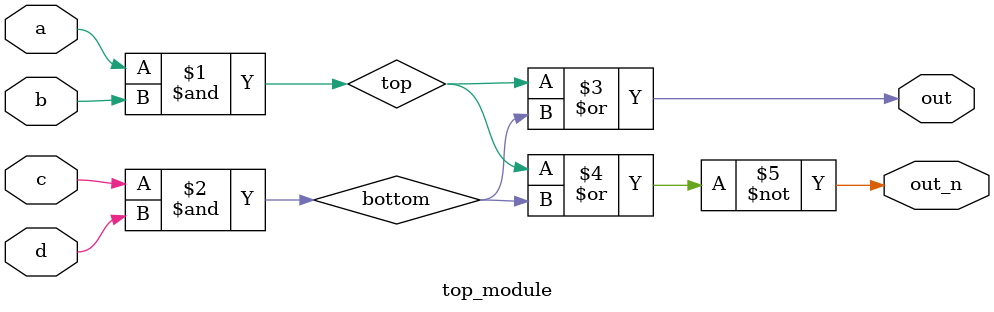
<source format=v>
`default_nettype none // I don't know, what  this line does.
module top_module (
    input a,
    input b,
    input c,
    input d,
    output out,
    output out_n   );
    
    wire top, bottom; // Here is a declaration of the two internal wires.
    
    assign top = ( a & b );
    assign bottom = ( c & d );
    assign out = ( top | bottom );
    assign out_n = ~ ( top | bottom );

endmodule

</source>
